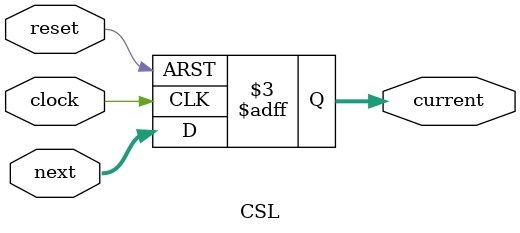
<source format=v>
module CSL(clock,reset,next,current);
input clock,reset;
input [9:0] next;
output reg [9:0] current;

always @(posedge clock or negedge reset)
begin
  if(reset == 0)
  current = 10'b0000000000;
  else
  current = next;
end

endmodule
</source>
